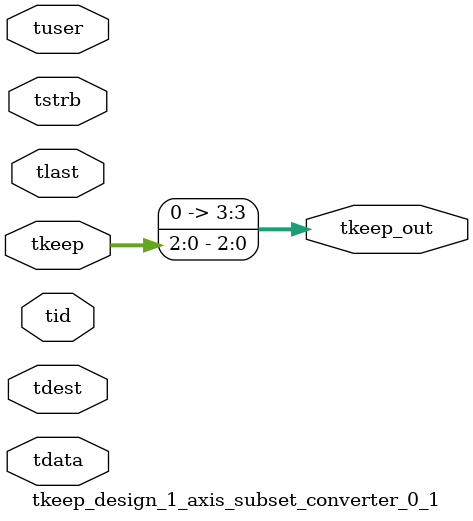
<source format=v>


`timescale 1ps/1ps

module tkeep_design_1_axis_subset_converter_0_1 #
(
parameter C_S_AXIS_TDATA_WIDTH = 32,
parameter C_S_AXIS_TUSER_WIDTH = 0,
parameter C_S_AXIS_TID_WIDTH   = 0,
parameter C_S_AXIS_TDEST_WIDTH = 0,
parameter C_M_AXIS_TDATA_WIDTH = 32
)
(
input  [(C_S_AXIS_TDATA_WIDTH == 0 ? 1 : C_S_AXIS_TDATA_WIDTH)-1:0     ] tdata,
input  [(C_S_AXIS_TUSER_WIDTH == 0 ? 1 : C_S_AXIS_TUSER_WIDTH)-1:0     ] tuser,
input  [(C_S_AXIS_TID_WIDTH   == 0 ? 1 : C_S_AXIS_TID_WIDTH)-1:0       ] tid,
input  [(C_S_AXIS_TDEST_WIDTH == 0 ? 1 : C_S_AXIS_TDEST_WIDTH)-1:0     ] tdest,
input  [(C_S_AXIS_TDATA_WIDTH/8)-1:0 ] tkeep,
input  [(C_S_AXIS_TDATA_WIDTH/8)-1:0 ] tstrb,
input                                                                    tlast,
output [(C_M_AXIS_TDATA_WIDTH/8)-1:0 ] tkeep_out
);

assign tkeep_out = {tkeep[2:0]};

endmodule


</source>
